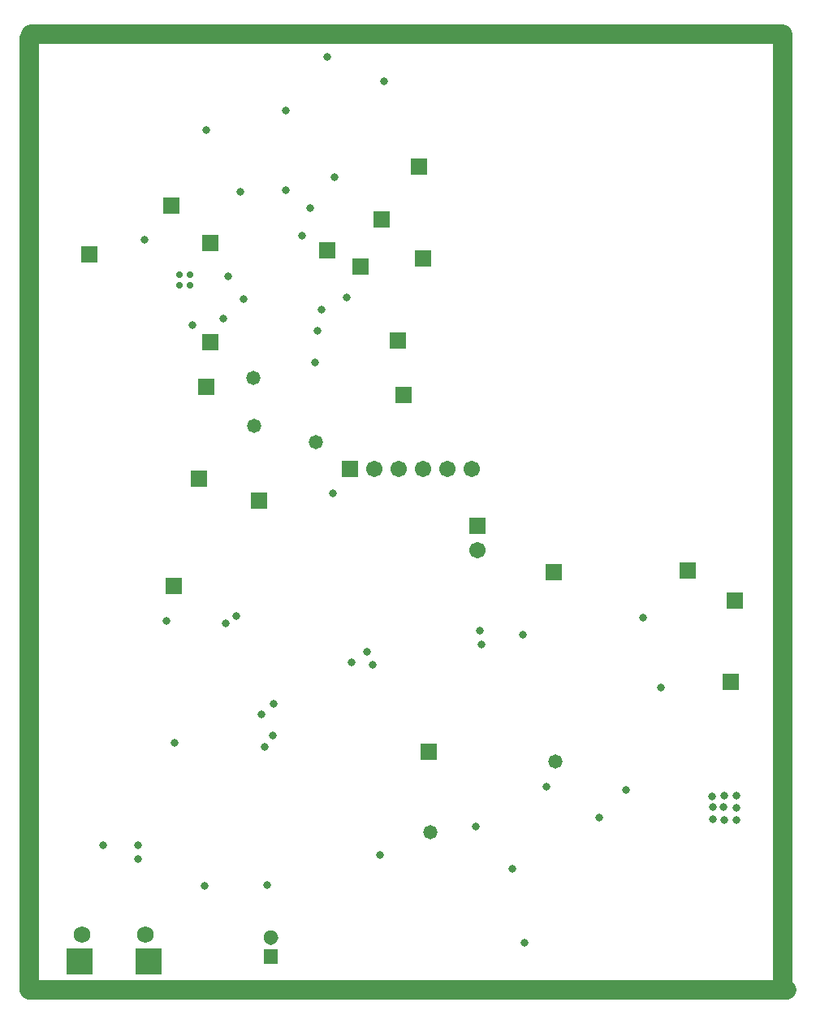
<source format=gbs>
G04 Layer_Color=16711935*
%FSLAX25Y25*%
%MOIN*%
G70*
G01*
G75*
%ADD48C,0.01000*%
%ADD51C,0.08000*%
%ADD102C,0.06800*%
%ADD105R,0.06706X0.06706*%
%ADD106R,0.10643X0.10643*%
%ADD107C,0.06706*%
%ADD108R,0.06706X0.06706*%
%ADD109C,0.02768*%
%ADD110C,0.03200*%
%ADD111C,0.05800*%
G36*
X102169Y10632D02*
X96232D01*
Y16568D01*
X102169D01*
Y10632D01*
D02*
G37*
G36*
X99975Y24366D02*
X100697Y24067D01*
X101317Y23591D01*
X101793Y22971D01*
X102092Y22249D01*
X102194Y21474D01*
X102092Y20699D01*
X101793Y19977D01*
X101317Y19357D01*
X100697Y18881D01*
X99975Y18582D01*
X99200Y18480D01*
X98425Y18582D01*
X97703Y18881D01*
X97083Y19357D01*
X96607Y19977D01*
X96308Y20699D01*
X96206Y21474D01*
X96308Y22249D01*
X96607Y22971D01*
X97083Y23591D01*
X97703Y24067D01*
X98425Y24366D01*
X99200Y24468D01*
X99975Y24366D01*
D02*
G37*
D48*
X0Y391200D02*
X800Y392000D01*
D51*
X309500Y0D02*
Y392000D01*
X0Y0D02*
Y390400D01*
Y0D02*
X311100D01*
X800Y392000D02*
X309500D01*
D102*
X21755Y22717D02*
D03*
X47739D02*
D03*
D105*
X164000Y97600D02*
D03*
X289600Y159600D02*
D03*
X153600Y244000D02*
D03*
X69600Y209600D02*
D03*
X24800Y301500D02*
D03*
X151200Y266400D02*
D03*
X74400Y306400D02*
D03*
X58400Y321600D02*
D03*
X122400Y303200D02*
D03*
X161600Y300000D02*
D03*
X136000Y296800D02*
D03*
X160000Y337600D02*
D03*
X144800Y316000D02*
D03*
X74400Y265600D02*
D03*
X72800Y247200D02*
D03*
X288000Y126400D02*
D03*
X131600Y213600D02*
D03*
X94400Y200800D02*
D03*
X59200Y165600D02*
D03*
X215200Y171200D02*
D03*
X270400Y172000D02*
D03*
D106*
X48920Y11694D02*
D03*
X20574D02*
D03*
D107*
X184000Y180200D02*
D03*
X181600Y213600D02*
D03*
X171600D02*
D03*
X161600D02*
D03*
X151600D02*
D03*
X141600D02*
D03*
D108*
X184000Y190200D02*
D03*
D109*
X66165Y289035D02*
D03*
X61835D02*
D03*
X66165Y293365D02*
D03*
X61835D02*
D03*
D110*
X44800Y59200D02*
D03*
X285300Y69700D02*
D03*
X285158Y74835D02*
D03*
X280800Y74900D02*
D03*
X290200Y69700D02*
D03*
X280600Y70000D02*
D03*
X280400Y79400D02*
D03*
X290500Y79500D02*
D03*
X290300Y74700D02*
D03*
X245000Y82000D02*
D03*
X234000Y70800D02*
D03*
X285500Y79500D02*
D03*
X259300Y124000D02*
D03*
X44600Y53700D02*
D03*
X71900Y42700D02*
D03*
X66900Y272600D02*
D03*
X145600Y372800D02*
D03*
X115200Y320800D02*
D03*
X30400Y59200D02*
D03*
X88000Y283200D02*
D03*
X81600Y292800D02*
D03*
X130400Y284000D02*
D03*
X203200Y19200D02*
D03*
X198400Y49600D02*
D03*
X59800Y101200D02*
D03*
X56300Y151200D02*
D03*
X212300Y83300D02*
D03*
X47300Y307500D02*
D03*
X105400Y360700D02*
D03*
X122200Y382800D02*
D03*
X72800Y352600D02*
D03*
X86800Y327300D02*
D03*
X118300Y270200D02*
D03*
X117300Y257200D02*
D03*
X185800Y141700D02*
D03*
X124700Y203500D02*
D03*
X112000Y309400D02*
D03*
X144000Y55400D02*
D03*
X183200Y67100D02*
D03*
X105400Y328100D02*
D03*
X79600Y275200D02*
D03*
X252000Y152700D02*
D03*
X202741Y145800D02*
D03*
X100000Y104300D02*
D03*
X97700Y43100D02*
D03*
X125400Y333200D02*
D03*
X184900Y147300D02*
D03*
X80800Y150400D02*
D03*
X85000Y153400D02*
D03*
X96600Y99500D02*
D03*
X100500Y117200D02*
D03*
X95400Y113000D02*
D03*
X132411Y134484D02*
D03*
X140900Y133400D02*
D03*
X138800Y138600D02*
D03*
X120000Y279100D02*
D03*
D111*
X216000Y93600D02*
D03*
X164800Y64800D02*
D03*
X117600Y224600D02*
D03*
X91900Y251000D02*
D03*
X92500Y231200D02*
D03*
M02*

</source>
